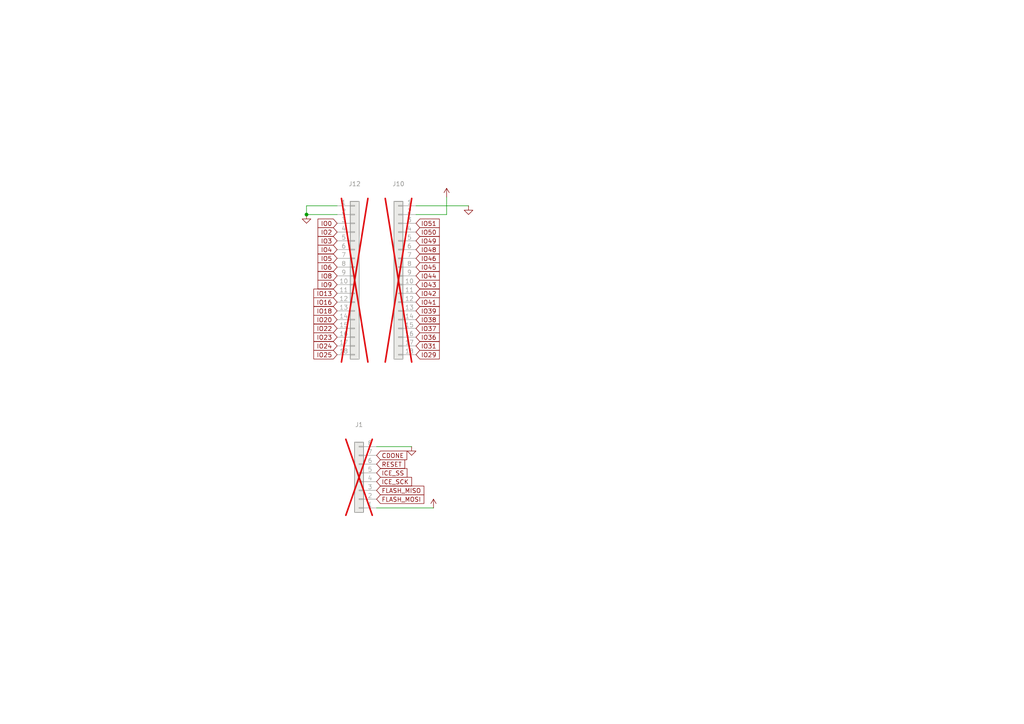
<source format=kicad_sch>
(kicad_sch (version 20250114) (generator "eeschema") (generator_version "9.0")
  (paper "A4")
  (lib_symbols
    (symbol "+5V_1" (power) (pin_numbers (hide yes)) (pin_names (offset 0) (hide yes))
      (property "Value" "+5V" (at 0 3.556 0))
      (symbol "+5V_1_0_1"
        (polyline (pts (xy -0.762 1.27) (xy 0 2.54)))
        (polyline (pts (xy 0 2.54) (xy 0.762 1.27)))
        (polyline (pts (xy 0 0) (xy 0 2.54)))
      )
      (symbol "+5V_1_1_1"
        (pin power_in line (at 0 0 90) (length 0) (name "~") (number "1"))
      )
    )
    (symbol "Connector_Generic:Conn_01x08" (pin_names (offset 1.016) (hide yes))
      (property "Reference" "J" (at 0 10.16 0))
      (property "Value" "Conn_01x08" (at 0 -12.7 0))
      (symbol "Conn_01x08_1_1"
        (rectangle (start -1.27 8.89) (end 1.27 -11.43) (stroke (width 0.254)) (fill (type background)))
        (rectangle (start -1.27 7.747) (end 0 7.493) (stroke (width 0.1524)))
        (rectangle (start -1.27 5.207) (end 0 4.953) (stroke (width 0.1524)))
        (rectangle (start -1.27 2.667) (end 0 2.413) (stroke (width 0.1524)))
        (rectangle (start -1.27 0.127) (end 0 -0.127) (stroke (width 0.1524)))
        (rectangle (start -1.27 -2.413) (end 0 -2.667) (stroke (width 0.1524)))
        (rectangle (start -1.27 -4.953) (end 0 -5.207) (stroke (width 0.1524)))
        (rectangle (start -1.27 -7.493) (end 0 -7.747) (stroke (width 0.1524)))
        (rectangle (start -1.27 -10.033) (end 0 -10.287) (stroke (width 0.1524)))
        (pin passive line (at -5.08 7.62 0) (length 3.81) (name "Pin_1") (number "1"))
        (pin passive line (at -5.08 5.08 0) (length 3.81) (name "Pin_2") (number "2"))
        (pin passive line (at -5.08 2.54 0) (length 3.81) (name "Pin_3") (number "3"))
        (pin passive line (at -5.08 0 0) (length 3.81) (name "Pin_4") (number "4"))
        (pin passive line (at -5.08 -2.54 0) (length 3.81) (name "Pin_5") (number "5"))
        (pin passive line (at -5.08 -5.08 0) (length 3.81) (name "Pin_6") (number "6"))
        (pin passive line (at -5.08 -7.62 0) (length 3.81) (name "Pin_7") (number "7"))
        (pin passive line (at -5.08 -10.16 0) (length 3.81) (name "Pin_8") (number "8"))
      )
    )
    (symbol "Connector_Generic:Conn_01x18" (pin_names (offset 1.016) (hide yes))
      (property "Reference" "J" (at 0 22.86 0))
      (property "Value" "Conn_01x18" (at 0 -25.4 0))
      (symbol "Conn_01x18_1_1"
        (rectangle (start -1.27 21.59) (end 1.27 -24.13) (stroke (width 0.254)) (fill (type background)))
        (rectangle (start -1.27 20.447) (end 0 20.193) (stroke (width 0.1524)))
        (rectangle (start -1.27 17.907) (end 0 17.653) (stroke (width 0.1524)))
        (rectangle (start -1.27 15.367) (end 0 15.113) (stroke (width 0.1524)))
        (rectangle (start -1.27 12.827) (end 0 12.573) (stroke (width 0.1524)))
        (rectangle (start -1.27 10.287) (end 0 10.033) (stroke (width 0.1524)))
        (rectangle (start -1.27 7.747) (end 0 7.493) (stroke (width 0.1524)))
        (rectangle (start -1.27 5.207) (end 0 4.953) (stroke (width 0.1524)))
        (rectangle (start -1.27 2.667) (end 0 2.413) (stroke (width 0.1524)))
        (rectangle (start -1.27 0.127) (end 0 -0.127) (stroke (width 0.1524)))
        (rectangle (start -1.27 -2.413) (end 0 -2.667) (stroke (width 0.1524)))
        (rectangle (start -1.27 -4.953) (end 0 -5.207) (stroke (width 0.1524)))
        (rectangle (start -1.27 -7.493) (end 0 -7.747) (stroke (width 0.1524)))
        (rectangle (start -1.27 -10.033) (end 0 -10.287) (stroke (width 0.1524)))
        (rectangle (start -1.27 -12.573) (end 0 -12.827) (stroke (width 0.1524)))
        (rectangle (start -1.27 -15.113) (end 0 -15.367) (stroke (width 0.1524)))
        (rectangle (start -1.27 -17.653) (end 0 -17.907) (stroke (width 0.1524)))
        (rectangle (start -1.27 -20.193) (end 0 -20.447) (stroke (width 0.1524)))
        (rectangle (start -1.27 -22.733) (end 0 -22.987) (stroke (width 0.1524)))
        (pin passive line (at -5.08 20.32 0) (length 3.81) (name "Pin_1") (number "1"))
        (pin passive line (at -5.08 17.78 0) (length 3.81) (name "Pin_2") (number "2"))
        (pin passive line (at -5.08 15.24 0) (length 3.81) (name "Pin_3") (number "3"))
        (pin passive line (at -5.08 12.7 0) (length 3.81) (name "Pin_4") (number "4"))
        (pin passive line (at -5.08 10.16 0) (length 3.81) (name "Pin_5") (number "5"))
        (pin passive line (at -5.08 7.62 0) (length 3.81) (name "Pin_6") (number "6"))
        (pin passive line (at -5.08 5.08 0) (length 3.81) (name "Pin_7") (number "7"))
        (pin passive line (at -5.08 2.54 0) (length 3.81) (name "Pin_8") (number "8"))
        (pin passive line (at -5.08 0 0) (length 3.81) (name "Pin_9") (number "9"))
        (pin passive line (at -5.08 -2.54 0) (length 3.81) (name "Pin_10") (number "10"))
        (pin passive line (at -5.08 -5.08 0) (length 3.81) (name "Pin_11") (number "11"))
        (pin passive line (at -5.08 -7.62 0) (length 3.81) (name "Pin_12") (number "12"))
        (pin passive line (at -5.08 -10.16 0) (length 3.81) (name "Pin_13") (number "13"))
        (pin passive line (at -5.08 -12.7 0) (length 3.81) (name "Pin_14") (number "14"))
        (pin passive line (at -5.08 -15.24 0) (length 3.81) (name "Pin_15") (number "15"))
        (pin passive line (at -5.08 -17.78 0) (length 3.81) (name "Pin_16") (number "16"))
        (pin passive line (at -5.08 -20.32 0) (length 3.81) (name "Pin_17") (number "17"))
        (pin passive line (at -5.08 -22.86 0) (length 3.81) (name "Pin_18") (number "18"))
      )
    )
    (symbol "power:+5V" (power) (pin_names (offset 0))
      (property "Value" "+5V" (at 0 3.556 0))
      (symbol "+5V_0_1"
        (polyline (pts (xy -0.762 1.27) (xy 0 2.54)))
        (polyline (pts (xy 0 2.54) (xy 0.762 1.27)))
        (polyline (pts (xy 0 0) (xy 0 2.54)))
      )
      (symbol "+5V_1_1"
        (pin power_in line (at 0 0 90) (length 0) (hide yes) (name "+5V") (number "1"))
      )
    )
    (symbol "power:GND" (power) (pin_numbers (hide yes)) (pin_names (offset 0) (hide yes))
      (property "Value" "GND" (at 0 -3.81 0))
      (symbol "GND_0_1"
        (polyline (pts (xy 0 0) (xy 0 -1.27) (xy 1.27 -1.27) (xy 0 -2.54) (xy -1.27 -1.27) (xy 0 -1.27)))
      )
      (symbol "GND_1_1"
        (pin power_in line (at 0 0 270) (length 0) (name "~") (number "1"))
      )
    )
  )
  (junction (at 88.9 62.23))
  (wire (pts (xy 109.22 129.54) (xy 119.38 129.54)))
  (wire (pts (xy 120.65 59.69) (xy 135.89 59.69)))
  (wire (pts (xy 88.9 59.69) (xy 88.9 62.23)))
  (wire (pts (xy 97.79 59.69) (xy 88.9 59.69)))
  (wire (pts (xy 88.9 62.23) (xy 97.79 62.23)))
  (wire (pts (xy 109.22 147.32) (xy 125.73 147.32)))
  (wire (pts (xy 129.54 57.15) (xy 129.54 62.23)))
  (wire (pts (xy 129.54 62.23) (xy 120.65 62.23)))
  (global_label "IO51" (shape input) (at 120.65 64.77 0) (property "Intersheetrefs" "${INTERSHEET_REFS}" (effects (hide yes))))
  (global_label "IO3" (shape input) (at 97.79 69.85 180) (property "Intersheetrefs" "${INTERSHEET_REFS}" (effects (hide yes))))
  (global_label "IO39" (shape input) (at 120.65 90.17 0) (property "Intersheetrefs" "${INTERSHEET_REFS}" (effects (hide yes))))
  (global_label "IO46" (shape input) (at 120.65 74.93 0) (property "Intersheetrefs" "${INTERSHEET_REFS}" (effects (hide yes))))
  (global_label "IO18" (shape input) (at 97.79 90.17 180) (property "Intersheetrefs" "${INTERSHEET_REFS}" (effects (hide yes))))
  (global_label "IO2" (shape input) (at 97.79 67.31 180) (property "Intersheetrefs" "${INTERSHEET_REFS}" (effects (hide yes))))
  (global_label "IO16" (shape input) (at 97.79 87.63 180) (property "Intersheetrefs" "${INTERSHEET_REFS}" (effects (hide yes))))
  (global_label "ICE_SS" (shape input) (at 109.22 137.16 0) (property "Intersheetrefs" "${INTERSHEET_REFS}" (effects (hide yes))))
  (global_label "IO31" (shape input) (at 120.65 100.33 0) (property "Intersheetrefs" "${INTERSHEET_REFS}" (effects (hide yes))))
  (global_label "IO38" (shape input) (at 120.65 92.71 0) (property "Intersheetrefs" "${INTERSHEET_REFS}" (effects (hide yes))))
  (global_label "IO23" (shape input) (at 97.79 97.79 180) (property "Intersheetrefs" "${INTERSHEET_REFS}" (effects (hide yes))))
  (global_label "FLASH_MOSI" (shape input) (at 109.22 144.78 0) (property "Intersheetrefs" "${INTERSHEET_REFS}" (effects (hide yes))))
  (global_label "IO44" (shape input) (at 120.65 80.01 0) (property "Intersheetrefs" "${INTERSHEET_REFS}" (effects (hide yes))))
  (global_label "RESET" (shape input) (at 109.22 134.62 0) (property "Intersheetrefs" "${INTERSHEET_REFS}" (effects (hide yes))))
  (global_label "IO48" (shape input) (at 120.65 72.39 0) (property "Intersheetrefs" "${INTERSHEET_REFS}" (effects (hide yes))))
  (global_label "FLASH_MISO" (shape input) (at 109.22 142.24 0) (property "Intersheetrefs" "${INTERSHEET_REFS}" (effects (hide yes))))
  (global_label "IO36" (shape input) (at 120.65 97.79 0) (property "Intersheetrefs" "${INTERSHEET_REFS}" (effects (hide yes))))
  (global_label "IO50" (shape input) (at 120.65 67.31 0) (property "Intersheetrefs" "${INTERSHEET_REFS}" (effects (hide yes))))
  (global_label "IO25" (shape input) (at 97.79 102.87 180) (property "Intersheetrefs" "${INTERSHEET_REFS}" (effects (hide yes))))
  (global_label "IO41" (shape input) (at 120.65 87.63 0) (property "Intersheetrefs" "${INTERSHEET_REFS}" (effects (hide yes))))
  (global_label "IO9" (shape input) (at 97.79 82.55 180) (property "Intersheetrefs" "${INTERSHEET_REFS}" (effects (hide yes))))
  (global_label "IO20" (shape input) (at 97.79 92.71 180) (property "Intersheetrefs" "${INTERSHEET_REFS}" (effects (hide yes))))
  (global_label "IO37" (shape input) (at 120.65 95.25 0) (property "Intersheetrefs" "${INTERSHEET_REFS}" (effects (hide yes))))
  (global_label "IO22" (shape input) (at 97.79 95.25 180) (property "Intersheetrefs" "${INTERSHEET_REFS}" (effects (hide yes))))
  (global_label "ICE_SCK" (shape input) (at 109.22 139.7 0) (property "Intersheetrefs" "${INTERSHEET_REFS}" (effects (hide yes))))
  (global_label "IO42" (shape input) (at 120.65 85.09 0) (property "Intersheetrefs" "${INTERSHEET_REFS}" (effects (hide yes))))
  (global_label "IO6" (shape input) (at 97.79 77.47 180) (property "Intersheetrefs" "${INTERSHEET_REFS}" (effects (hide yes))))
  (global_label "IO49" (shape input) (at 120.65 69.85 0) (property "Intersheetrefs" "${INTERSHEET_REFS}" (effects (hide yes))))
  (global_label "IO24" (shape input) (at 97.79 100.33 180) (property "Intersheetrefs" "${INTERSHEET_REFS}" (effects (hide yes))))
  (global_label "CDONE" (shape input) (at 109.22 132.08 0) (property "Intersheetrefs" "${INTERSHEET_REFS}" (effects (hide yes))))
  (global_label "IO0" (shape input) (at 97.79 64.77 180) (property "Intersheetrefs" "${INTERSHEET_REFS}" (effects (hide yes))))
  (global_label "IO4" (shape input) (at 97.79 72.39 180) (property "Intersheetrefs" "${INTERSHEET_REFS}" (effects (hide yes))))
  (global_label "IO13" (shape input) (at 97.79 85.09 180) (property "Intersheetrefs" "${INTERSHEET_REFS}" (effects (hide yes))))
  (global_label "IO29" (shape input) (at 120.65 102.87 0) (property "Intersheetrefs" "${INTERSHEET_REFS}" (effects (hide yes))))
  (global_label "IO45" (shape input) (at 120.65 77.47 0) (property "Intersheetrefs" "${INTERSHEET_REFS}" (effects (hide yes))))
  (global_label "IO43" (shape input) (at 120.65 82.55 0) (property "Intersheetrefs" "${INTERSHEET_REFS}" (effects (hide yes))))
  (global_label "IO8" (shape input) (at 97.79 80.01 180) (property "Intersheetrefs" "${INTERSHEET_REFS}" (effects (hide yes))))
  (global_label "IO5" (shape input) (at 97.79 74.93 180) (property "Intersheetrefs" "${INTERSHEET_REFS}" (effects (hide yes))))
  (symbol (lib_id "power:GND") (at 135.89 59.69 0) (unit 1)
    (property "Reference" "#PWR043" (effects (hide yes)))
    (property "Value" "GND" (effects (hide yes)))
    (property "Description" "Power symbol creates a global label with name \"GND\" , ground" (effects (hide yes)))
  )
  (symbol (lib_id "power:+5V") (at 129.54 57.15 0) (unit 1)
    (property "Reference" "#PWR032" (effects (hide yes)))
    (property "Value" "+5V" (effects (hide yes)))
  )
  (symbol (lib_id "Connector_Generic:Conn_01x08") (at 104.14 139.7 180) (unit 1) (dnp yes)
    (property "Reference" "J1" (at 104.14 123.19 0))
    (property "Value" "Conn_01x08" (effects (hide yes)))
    (property "Footprint" "Connector_PinSocket_2.54mm:PinSocket_1x08_P2.54mm_Vertical" (effects (hide yes)))
    (property "Description" "Generic connector, single row, 01x08, script generated (kicad-library-utils/schlib/autogen/connector/)" (effects (hide yes)))
  )
  (symbol (lib_id "power:GND") (at 119.38 129.54 0) (unit 1)
    (property "Reference" "#PWR03" (effects (hide yes)))
    (property "Value" "GND" (effects (hide yes)))
    (property "Description" "Power symbol creates a global label with name \"GND\" , ground" (effects (hide yes)))
  )
  (symbol (lib_id "Connector_Generic:Conn_01x18") (at 115.57 80.01 0) (mirror y) (unit 1) (dnp yes)
    (property "Reference" "J10" (at 115.57 53.34 0))
    (property "Value" "Conn_01x18" (effects (hide yes)))
    (property "Footprint" "Connector_PinSocket_2.54mm:PinSocket_1x18_P2.54mm_Vertical" (effects (hide yes)))
    (property "Description" "Generic connector, single row, 01x18, script generated (kicad-library-utils/schlib/autogen/connector/)" (effects (hide yes)))
  )
  (symbol (lib_id "Connector_Generic:Conn_01x18") (at 102.87 80.01 0) (unit 1) (dnp yes)
    (property "Reference" "J12" (at 102.87 53.34 0))
    (property "Value" "Conn_01x18" (effects (hide yes)))
    (property "Footprint" "Connector_PinSocket_2.54mm:PinSocket_1x18_P2.54mm_Vertical" (effects (hide yes)))
    (property "Description" "Generic connector, single row, 01x18, script generated (kicad-library-utils/schlib/autogen/connector/)" (effects (hide yes)))
  )
  (symbol (lib_id "power:GND") (at 88.9 62.23 0) (unit 1)
    (property "Reference" "#PWR031" (effects (hide yes)))
    (property "Value" "GND" (effects (hide yes)))
    (property "Description" "Power symbol creates a global label with name \"GND\" , ground" (effects (hide yes)))
  )
  (symbol (lib_name "+5V_1") (lib_id "power:+5V") (at 125.73 147.32 0) (unit 1)
    (property "Reference" "#PWR04" (effects (hide yes)))
    (property "Value" "+5V" (effects (hide yes)))
    (property "Description" "Power symbol creates a global label with name \"+5V\"" (effects (hide yes)))
  )
)
</source>
